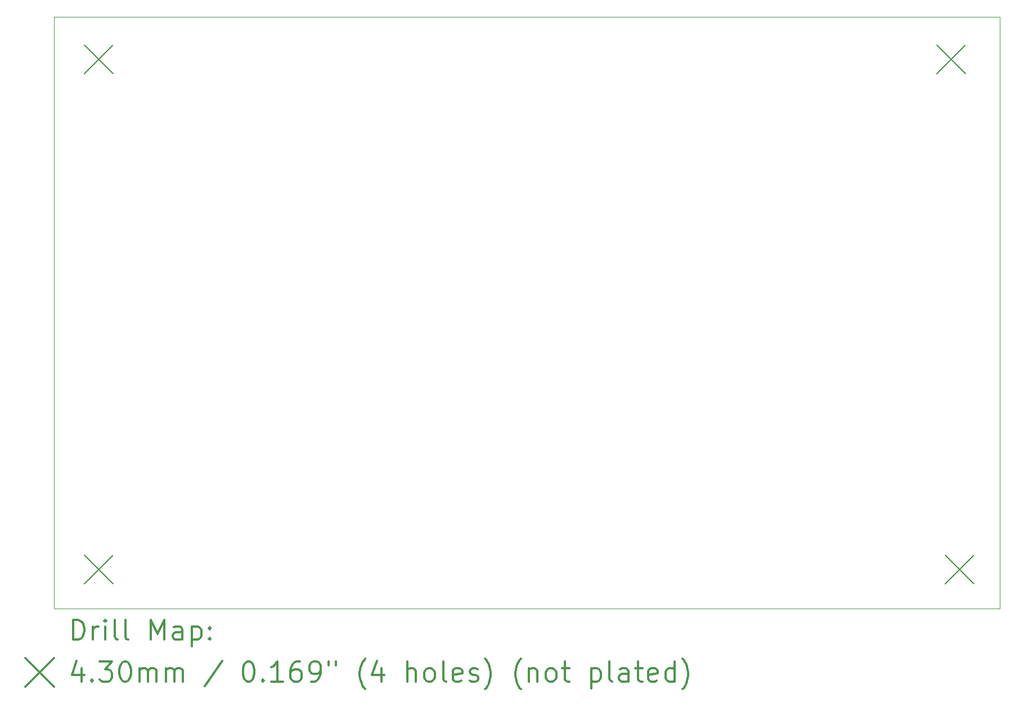
<source format=gbr>
%FSLAX45Y45*%
G04 Gerber Fmt 4.5, Leading zero omitted, Abs format (unit mm)*
G04 Created by KiCad (PCBNEW (6.0.0-rc1-dev-1444-gad0d9f8df)) date 02/01/2019 13:44:04*
%MOMM*%
%LPD*%
G04 APERTURE LIST*
%ADD10C,0.050000*%
%ADD11C,0.200000*%
%ADD12C,0.300000*%
G04 APERTURE END LIST*
D10*
X10950000Y-4250000D02*
X25180000Y-4250000D01*
X25180000Y-13160000D02*
X25180000Y-4250000D01*
X10950000Y-13160000D02*
X25180000Y-13160000D01*
X10950000Y-4250000D02*
X10950000Y-13160000D01*
D11*
X11405500Y-4674500D02*
X11835500Y-5104500D01*
X11835500Y-4674500D02*
X11405500Y-5104500D01*
X24359500Y-12358000D02*
X24789500Y-12788000D01*
X24789500Y-12358000D02*
X24359500Y-12788000D01*
X11405500Y-12358000D02*
X11835500Y-12788000D01*
X11835500Y-12358000D02*
X11405500Y-12788000D01*
X24232500Y-4674500D02*
X24662500Y-5104500D01*
X24662500Y-4674500D02*
X24232500Y-5104500D01*
D12*
X11233928Y-13628214D02*
X11233928Y-13328214D01*
X11305357Y-13328214D01*
X11348214Y-13342500D01*
X11376786Y-13371071D01*
X11391071Y-13399643D01*
X11405357Y-13456786D01*
X11405357Y-13499643D01*
X11391071Y-13556786D01*
X11376786Y-13585357D01*
X11348214Y-13613929D01*
X11305357Y-13628214D01*
X11233928Y-13628214D01*
X11533928Y-13628214D02*
X11533928Y-13428214D01*
X11533928Y-13485357D02*
X11548214Y-13456786D01*
X11562500Y-13442500D01*
X11591071Y-13428214D01*
X11619643Y-13428214D01*
X11719643Y-13628214D02*
X11719643Y-13428214D01*
X11719643Y-13328214D02*
X11705357Y-13342500D01*
X11719643Y-13356786D01*
X11733928Y-13342500D01*
X11719643Y-13328214D01*
X11719643Y-13356786D01*
X11905357Y-13628214D02*
X11876786Y-13613929D01*
X11862500Y-13585357D01*
X11862500Y-13328214D01*
X12062500Y-13628214D02*
X12033928Y-13613929D01*
X12019643Y-13585357D01*
X12019643Y-13328214D01*
X12405357Y-13628214D02*
X12405357Y-13328214D01*
X12505357Y-13542500D01*
X12605357Y-13328214D01*
X12605357Y-13628214D01*
X12876786Y-13628214D02*
X12876786Y-13471071D01*
X12862500Y-13442500D01*
X12833928Y-13428214D01*
X12776786Y-13428214D01*
X12748214Y-13442500D01*
X12876786Y-13613929D02*
X12848214Y-13628214D01*
X12776786Y-13628214D01*
X12748214Y-13613929D01*
X12733928Y-13585357D01*
X12733928Y-13556786D01*
X12748214Y-13528214D01*
X12776786Y-13513929D01*
X12848214Y-13513929D01*
X12876786Y-13499643D01*
X13019643Y-13428214D02*
X13019643Y-13728214D01*
X13019643Y-13442500D02*
X13048214Y-13428214D01*
X13105357Y-13428214D01*
X13133928Y-13442500D01*
X13148214Y-13456786D01*
X13162500Y-13485357D01*
X13162500Y-13571071D01*
X13148214Y-13599643D01*
X13133928Y-13613929D01*
X13105357Y-13628214D01*
X13048214Y-13628214D01*
X13019643Y-13613929D01*
X13291071Y-13599643D02*
X13305357Y-13613929D01*
X13291071Y-13628214D01*
X13276786Y-13613929D01*
X13291071Y-13599643D01*
X13291071Y-13628214D01*
X13291071Y-13442500D02*
X13305357Y-13456786D01*
X13291071Y-13471071D01*
X13276786Y-13456786D01*
X13291071Y-13442500D01*
X13291071Y-13471071D01*
X10517500Y-13907500D02*
X10947500Y-14337500D01*
X10947500Y-13907500D02*
X10517500Y-14337500D01*
X11362500Y-14058214D02*
X11362500Y-14258214D01*
X11291071Y-13943929D02*
X11219643Y-14158214D01*
X11405357Y-14158214D01*
X11519643Y-14229643D02*
X11533928Y-14243929D01*
X11519643Y-14258214D01*
X11505357Y-14243929D01*
X11519643Y-14229643D01*
X11519643Y-14258214D01*
X11633928Y-13958214D02*
X11819643Y-13958214D01*
X11719643Y-14072500D01*
X11762500Y-14072500D01*
X11791071Y-14086786D01*
X11805357Y-14101071D01*
X11819643Y-14129643D01*
X11819643Y-14201071D01*
X11805357Y-14229643D01*
X11791071Y-14243929D01*
X11762500Y-14258214D01*
X11676786Y-14258214D01*
X11648214Y-14243929D01*
X11633928Y-14229643D01*
X12005357Y-13958214D02*
X12033928Y-13958214D01*
X12062500Y-13972500D01*
X12076786Y-13986786D01*
X12091071Y-14015357D01*
X12105357Y-14072500D01*
X12105357Y-14143929D01*
X12091071Y-14201071D01*
X12076786Y-14229643D01*
X12062500Y-14243929D01*
X12033928Y-14258214D01*
X12005357Y-14258214D01*
X11976786Y-14243929D01*
X11962500Y-14229643D01*
X11948214Y-14201071D01*
X11933928Y-14143929D01*
X11933928Y-14072500D01*
X11948214Y-14015357D01*
X11962500Y-13986786D01*
X11976786Y-13972500D01*
X12005357Y-13958214D01*
X12233928Y-14258214D02*
X12233928Y-14058214D01*
X12233928Y-14086786D02*
X12248214Y-14072500D01*
X12276786Y-14058214D01*
X12319643Y-14058214D01*
X12348214Y-14072500D01*
X12362500Y-14101071D01*
X12362500Y-14258214D01*
X12362500Y-14101071D02*
X12376786Y-14072500D01*
X12405357Y-14058214D01*
X12448214Y-14058214D01*
X12476786Y-14072500D01*
X12491071Y-14101071D01*
X12491071Y-14258214D01*
X12633928Y-14258214D02*
X12633928Y-14058214D01*
X12633928Y-14086786D02*
X12648214Y-14072500D01*
X12676786Y-14058214D01*
X12719643Y-14058214D01*
X12748214Y-14072500D01*
X12762500Y-14101071D01*
X12762500Y-14258214D01*
X12762500Y-14101071D02*
X12776786Y-14072500D01*
X12805357Y-14058214D01*
X12848214Y-14058214D01*
X12876786Y-14072500D01*
X12891071Y-14101071D01*
X12891071Y-14258214D01*
X13476786Y-13943929D02*
X13219643Y-14329643D01*
X13862500Y-13958214D02*
X13891071Y-13958214D01*
X13919643Y-13972500D01*
X13933928Y-13986786D01*
X13948214Y-14015357D01*
X13962500Y-14072500D01*
X13962500Y-14143929D01*
X13948214Y-14201071D01*
X13933928Y-14229643D01*
X13919643Y-14243929D01*
X13891071Y-14258214D01*
X13862500Y-14258214D01*
X13833928Y-14243929D01*
X13819643Y-14229643D01*
X13805357Y-14201071D01*
X13791071Y-14143929D01*
X13791071Y-14072500D01*
X13805357Y-14015357D01*
X13819643Y-13986786D01*
X13833928Y-13972500D01*
X13862500Y-13958214D01*
X14091071Y-14229643D02*
X14105357Y-14243929D01*
X14091071Y-14258214D01*
X14076786Y-14243929D01*
X14091071Y-14229643D01*
X14091071Y-14258214D01*
X14391071Y-14258214D02*
X14219643Y-14258214D01*
X14305357Y-14258214D02*
X14305357Y-13958214D01*
X14276786Y-14001071D01*
X14248214Y-14029643D01*
X14219643Y-14043929D01*
X14648214Y-13958214D02*
X14591071Y-13958214D01*
X14562500Y-13972500D01*
X14548214Y-13986786D01*
X14519643Y-14029643D01*
X14505357Y-14086786D01*
X14505357Y-14201071D01*
X14519643Y-14229643D01*
X14533928Y-14243929D01*
X14562500Y-14258214D01*
X14619643Y-14258214D01*
X14648214Y-14243929D01*
X14662500Y-14229643D01*
X14676786Y-14201071D01*
X14676786Y-14129643D01*
X14662500Y-14101071D01*
X14648214Y-14086786D01*
X14619643Y-14072500D01*
X14562500Y-14072500D01*
X14533928Y-14086786D01*
X14519643Y-14101071D01*
X14505357Y-14129643D01*
X14819643Y-14258214D02*
X14876786Y-14258214D01*
X14905357Y-14243929D01*
X14919643Y-14229643D01*
X14948214Y-14186786D01*
X14962500Y-14129643D01*
X14962500Y-14015357D01*
X14948214Y-13986786D01*
X14933928Y-13972500D01*
X14905357Y-13958214D01*
X14848214Y-13958214D01*
X14819643Y-13972500D01*
X14805357Y-13986786D01*
X14791071Y-14015357D01*
X14791071Y-14086786D01*
X14805357Y-14115357D01*
X14819643Y-14129643D01*
X14848214Y-14143929D01*
X14905357Y-14143929D01*
X14933928Y-14129643D01*
X14948214Y-14115357D01*
X14962500Y-14086786D01*
X15076786Y-13958214D02*
X15076786Y-14015357D01*
X15191071Y-13958214D02*
X15191071Y-14015357D01*
X15633928Y-14372500D02*
X15619643Y-14358214D01*
X15591071Y-14315357D01*
X15576786Y-14286786D01*
X15562500Y-14243929D01*
X15548214Y-14172500D01*
X15548214Y-14115357D01*
X15562500Y-14043929D01*
X15576786Y-14001071D01*
X15591071Y-13972500D01*
X15619643Y-13929643D01*
X15633928Y-13915357D01*
X15876786Y-14058214D02*
X15876786Y-14258214D01*
X15805357Y-13943929D02*
X15733928Y-14158214D01*
X15919643Y-14158214D01*
X16262500Y-14258214D02*
X16262500Y-13958214D01*
X16391071Y-14258214D02*
X16391071Y-14101071D01*
X16376786Y-14072500D01*
X16348214Y-14058214D01*
X16305357Y-14058214D01*
X16276786Y-14072500D01*
X16262500Y-14086786D01*
X16576786Y-14258214D02*
X16548214Y-14243929D01*
X16533928Y-14229643D01*
X16519643Y-14201071D01*
X16519643Y-14115357D01*
X16533928Y-14086786D01*
X16548214Y-14072500D01*
X16576786Y-14058214D01*
X16619643Y-14058214D01*
X16648214Y-14072500D01*
X16662500Y-14086786D01*
X16676786Y-14115357D01*
X16676786Y-14201071D01*
X16662500Y-14229643D01*
X16648214Y-14243929D01*
X16619643Y-14258214D01*
X16576786Y-14258214D01*
X16848214Y-14258214D02*
X16819643Y-14243929D01*
X16805357Y-14215357D01*
X16805357Y-13958214D01*
X17076786Y-14243929D02*
X17048214Y-14258214D01*
X16991071Y-14258214D01*
X16962500Y-14243929D01*
X16948214Y-14215357D01*
X16948214Y-14101071D01*
X16962500Y-14072500D01*
X16991071Y-14058214D01*
X17048214Y-14058214D01*
X17076786Y-14072500D01*
X17091071Y-14101071D01*
X17091071Y-14129643D01*
X16948214Y-14158214D01*
X17205357Y-14243929D02*
X17233928Y-14258214D01*
X17291071Y-14258214D01*
X17319643Y-14243929D01*
X17333928Y-14215357D01*
X17333928Y-14201071D01*
X17319643Y-14172500D01*
X17291071Y-14158214D01*
X17248214Y-14158214D01*
X17219643Y-14143929D01*
X17205357Y-14115357D01*
X17205357Y-14101071D01*
X17219643Y-14072500D01*
X17248214Y-14058214D01*
X17291071Y-14058214D01*
X17319643Y-14072500D01*
X17433928Y-14372500D02*
X17448214Y-14358214D01*
X17476786Y-14315357D01*
X17491071Y-14286786D01*
X17505357Y-14243929D01*
X17519643Y-14172500D01*
X17519643Y-14115357D01*
X17505357Y-14043929D01*
X17491071Y-14001071D01*
X17476786Y-13972500D01*
X17448214Y-13929643D01*
X17433928Y-13915357D01*
X17976786Y-14372500D02*
X17962500Y-14358214D01*
X17933928Y-14315357D01*
X17919643Y-14286786D01*
X17905357Y-14243929D01*
X17891071Y-14172500D01*
X17891071Y-14115357D01*
X17905357Y-14043929D01*
X17919643Y-14001071D01*
X17933928Y-13972500D01*
X17962500Y-13929643D01*
X17976786Y-13915357D01*
X18091071Y-14058214D02*
X18091071Y-14258214D01*
X18091071Y-14086786D02*
X18105357Y-14072500D01*
X18133928Y-14058214D01*
X18176786Y-14058214D01*
X18205357Y-14072500D01*
X18219643Y-14101071D01*
X18219643Y-14258214D01*
X18405357Y-14258214D02*
X18376786Y-14243929D01*
X18362500Y-14229643D01*
X18348214Y-14201071D01*
X18348214Y-14115357D01*
X18362500Y-14086786D01*
X18376786Y-14072500D01*
X18405357Y-14058214D01*
X18448214Y-14058214D01*
X18476786Y-14072500D01*
X18491071Y-14086786D01*
X18505357Y-14115357D01*
X18505357Y-14201071D01*
X18491071Y-14229643D01*
X18476786Y-14243929D01*
X18448214Y-14258214D01*
X18405357Y-14258214D01*
X18591071Y-14058214D02*
X18705357Y-14058214D01*
X18633928Y-13958214D02*
X18633928Y-14215357D01*
X18648214Y-14243929D01*
X18676786Y-14258214D01*
X18705357Y-14258214D01*
X19033928Y-14058214D02*
X19033928Y-14358214D01*
X19033928Y-14072500D02*
X19062500Y-14058214D01*
X19119643Y-14058214D01*
X19148214Y-14072500D01*
X19162500Y-14086786D01*
X19176786Y-14115357D01*
X19176786Y-14201071D01*
X19162500Y-14229643D01*
X19148214Y-14243929D01*
X19119643Y-14258214D01*
X19062500Y-14258214D01*
X19033928Y-14243929D01*
X19348214Y-14258214D02*
X19319643Y-14243929D01*
X19305357Y-14215357D01*
X19305357Y-13958214D01*
X19591071Y-14258214D02*
X19591071Y-14101071D01*
X19576786Y-14072500D01*
X19548214Y-14058214D01*
X19491071Y-14058214D01*
X19462500Y-14072500D01*
X19591071Y-14243929D02*
X19562500Y-14258214D01*
X19491071Y-14258214D01*
X19462500Y-14243929D01*
X19448214Y-14215357D01*
X19448214Y-14186786D01*
X19462500Y-14158214D01*
X19491071Y-14143929D01*
X19562500Y-14143929D01*
X19591071Y-14129643D01*
X19691071Y-14058214D02*
X19805357Y-14058214D01*
X19733928Y-13958214D02*
X19733928Y-14215357D01*
X19748214Y-14243929D01*
X19776786Y-14258214D01*
X19805357Y-14258214D01*
X20019643Y-14243929D02*
X19991071Y-14258214D01*
X19933928Y-14258214D01*
X19905357Y-14243929D01*
X19891071Y-14215357D01*
X19891071Y-14101071D01*
X19905357Y-14072500D01*
X19933928Y-14058214D01*
X19991071Y-14058214D01*
X20019643Y-14072500D01*
X20033928Y-14101071D01*
X20033928Y-14129643D01*
X19891071Y-14158214D01*
X20291071Y-14258214D02*
X20291071Y-13958214D01*
X20291071Y-14243929D02*
X20262500Y-14258214D01*
X20205357Y-14258214D01*
X20176786Y-14243929D01*
X20162500Y-14229643D01*
X20148214Y-14201071D01*
X20148214Y-14115357D01*
X20162500Y-14086786D01*
X20176786Y-14072500D01*
X20205357Y-14058214D01*
X20262500Y-14058214D01*
X20291071Y-14072500D01*
X20405357Y-14372500D02*
X20419643Y-14358214D01*
X20448214Y-14315357D01*
X20462500Y-14286786D01*
X20476786Y-14243929D01*
X20491071Y-14172500D01*
X20491071Y-14115357D01*
X20476786Y-14043929D01*
X20462500Y-14001071D01*
X20448214Y-13972500D01*
X20419643Y-13929643D01*
X20405357Y-13915357D01*
M02*

</source>
